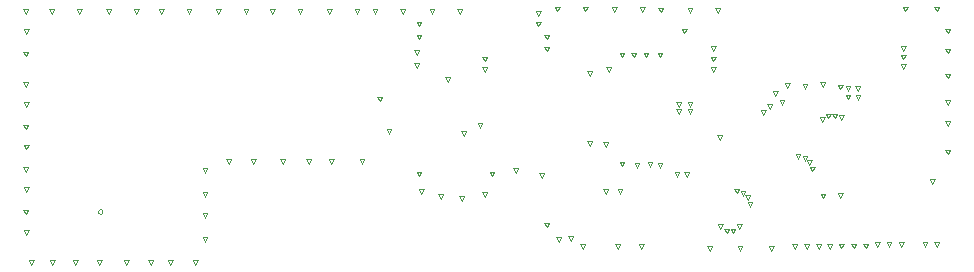
<source format=gbr>
G04*
G04 #@! TF.GenerationSoftware,Altium Limited,Altium Designer,24.2.2 (26)*
G04*
G04 Layer_Color=2752767*
%FSLAX25Y25*%
%MOIN*%
G70*
G04*
G04 #@! TF.SameCoordinates,DA759692-2FDC-47FD-B5D7-4F029464E4A9*
G04*
G04*
G04 #@! TF.FilePolarity,Positive*
G04*
G01*
G75*
%ADD59C,0.00267*%
%ADD60C,0.00200*%
D59*
X2302Y-376772D02*
G03*
X2302Y-376772I-800J0D01*
G01*
D60*
X207836Y-352804D02*
X207036Y-351204D01*
X208636D01*
X207836Y-352804D01*
X197894Y-344042D02*
X197093Y-342442D01*
X198694D01*
X197894Y-344042D01*
X194099Y-343974D02*
X193299Y-342374D01*
X194899D01*
X194099Y-343974D01*
X197894Y-341786D02*
X197093Y-340186D01*
X198694D01*
X197894Y-341786D01*
X194108D02*
X193308Y-340186D01*
X194908D01*
X194108Y-341786D01*
X253884Y-339349D02*
X253084Y-337749D01*
X254684D01*
X253884Y-339349D01*
X250597Y-339259D02*
X249797Y-337659D01*
X251397D01*
X250597Y-339259D01*
X253823Y-336420D02*
X253023Y-334820D01*
X254623D01*
X253823Y-336420D01*
X250597Y-336503D02*
X249797Y-334903D01*
X251397D01*
X250597Y-336503D01*
X222321Y-344495D02*
X221521Y-342895D01*
X223121D01*
X222321Y-344495D01*
X224444Y-342470D02*
X223644Y-340870D01*
X225244D01*
X224444Y-342470D01*
X226305Y-338126D02*
X225505Y-336526D01*
X227105D01*
X226305Y-338126D01*
X228567Y-340981D02*
X227767Y-339381D01*
X229367D01*
X228567Y-340981D01*
X237712Y-361191D02*
X236912Y-359591D01*
X238511D01*
X237712Y-361191D01*
X236227Y-359706D02*
X235426Y-358106D01*
X237027D01*
X236227Y-359706D01*
X246135Y-345564D02*
X245335Y-343964D01*
X246935D01*
X246135Y-345564D01*
X244035D02*
X243235Y-343964D01*
X244835D01*
X244035Y-345564D01*
X215600Y-371295D02*
X214800Y-369695D01*
X216400D01*
X215600Y-371295D01*
X217085Y-372780D02*
X216285Y-371180D01*
X217885D01*
X217085Y-372780D01*
X214408Y-382447D02*
X213608Y-380847D01*
X215208D01*
X214408Y-382447D01*
X208010Y-382478D02*
X207210Y-380878D01*
X208810D01*
X208010Y-382478D01*
X212255Y-383871D02*
X211455Y-382271D01*
X213054D01*
X212255Y-383871D01*
X210155D02*
X209354Y-382271D01*
X210954D01*
X210155Y-383871D01*
X217895Y-374947D02*
X217095Y-373347D01*
X218695D01*
X217895Y-374947D01*
X213419Y-370554D02*
X212619Y-368954D01*
X214219D01*
X213419Y-370554D01*
X233892Y-359171D02*
X233091Y-357571D01*
X234692D01*
X233892Y-359171D01*
X238644Y-363204D02*
X237844Y-361604D01*
X239444D01*
X238644Y-363204D01*
X241987Y-346682D02*
X241187Y-345082D01*
X242787D01*
X241987Y-346682D01*
X248396Y-346174D02*
X247596Y-344574D01*
X249196D01*
X248396Y-346174D01*
X230321Y-335518D02*
X229521Y-333918D01*
X231121D01*
X230321Y-335518D01*
X236227Y-335651D02*
X235426Y-334051D01*
X237027D01*
X236227Y-335651D01*
X242120Y-335145D02*
X241320Y-333545D01*
X242920D01*
X242120Y-335145D01*
X247965Y-335881D02*
X247165Y-334281D01*
X248765D01*
X247965Y-335881D01*
X278702Y-367335D02*
X277902Y-365735D01*
X279502D01*
X278702Y-367335D01*
X283858Y-357581D02*
X283058Y-355981D01*
X284658D01*
X283858Y-357581D01*
Y-348132D02*
X283058Y-346532D01*
X284658D01*
X283858Y-348132D01*
Y-340981D02*
X283058Y-339381D01*
X284658D01*
X283858Y-340981D01*
Y-332243D02*
X283058Y-330643D01*
X284658D01*
X283858Y-332243D01*
Y-323916D02*
X283058Y-322316D01*
X284658D01*
X283858Y-323916D01*
Y-317212D02*
X283058Y-315612D01*
X284658D01*
X283858Y-317212D01*
X280102Y-309928D02*
X279302Y-308328D01*
X280902D01*
X280102Y-309928D01*
X269691Y-309927D02*
X268891Y-308327D01*
X270491D01*
X269691Y-309927D01*
X197894Y-310333D02*
X197093Y-308733D01*
X198694D01*
X197894Y-310333D01*
X207154D02*
X206354Y-308733D01*
X207954D01*
X207154Y-310333D01*
X188151Y-310249D02*
X187351Y-308649D01*
X188951D01*
X188151Y-310249D01*
X153718Y-309928D02*
X152919Y-308328D01*
X154518D01*
X153718Y-309928D01*
X162979D02*
X162179Y-308328D01*
X163779D01*
X162979Y-309928D01*
X181982Y-310013D02*
X181182Y-308413D01*
X182782D01*
X181982Y-310013D01*
X172722D02*
X171922Y-308413D01*
X173521D01*
X172722Y-310013D01*
X92913Y-310764D02*
X92113Y-309164D01*
X93713D01*
X92913Y-310764D01*
X102174D02*
X101374Y-309164D01*
X102974D01*
X102174Y-310764D01*
X121177Y-310849D02*
X120377Y-309249D01*
X121977D01*
X121177Y-310849D01*
X111916D02*
X111116Y-309249D01*
X112716D01*
X111916Y-310849D01*
X58661Y-310764D02*
X57861Y-309164D01*
X59461D01*
X58661Y-310764D01*
X67922D02*
X67122Y-309164D01*
X68722D01*
X67922Y-310764D01*
X86925Y-310849D02*
X86125Y-309249D01*
X87725D01*
X86925Y-310849D01*
X77664D02*
X76864Y-309249D01*
X78464D01*
X77664Y-310849D01*
X21672Y-310764D02*
X20872Y-309164D01*
X22472D01*
X21672Y-310764D01*
X30932D02*
X30132Y-309164D01*
X31732D01*
X30932Y-310764D01*
X49935Y-310849D02*
X49135Y-309249D01*
X50735D01*
X49935Y-310849D01*
X40675D02*
X39875Y-309249D01*
X41475D01*
X40675Y-310849D01*
X4096Y-310764D02*
X3296Y-309164D01*
X4896D01*
X4096Y-310764D01*
X13356D02*
X12556Y-309164D01*
X14156D01*
X13356Y-310764D01*
X-5647Y-310680D02*
X-6447Y-309080D01*
X-4847D01*
X-5647Y-310680D01*
X-14907D02*
X-15707Y-309080D01*
X-14107D01*
X-14907Y-310680D01*
X-23459Y-324900D02*
X-24259Y-323300D01*
X-22659D01*
X-23459Y-324900D01*
Y-310727D02*
X-24259Y-309127D01*
X-22659D01*
X-23459Y-310727D01*
X-23375Y-317420D02*
X-24175Y-315820D01*
X-22575D01*
X-23375Y-317420D01*
Y-355918D02*
X-24175Y-354318D01*
X-22575D01*
X-23375Y-355918D01*
X-23459Y-349225D02*
X-24259Y-347625D01*
X-22659D01*
X-23459Y-349225D01*
Y-335052D02*
X-24259Y-333452D01*
X-22659D01*
X-23459Y-335052D01*
X-23375Y-341745D02*
X-24175Y-340145D01*
X-22575D01*
X-23375Y-341745D01*
Y-370091D02*
X-24175Y-368491D01*
X-22575D01*
X-23375Y-370091D01*
X-23459Y-363398D02*
X-24259Y-361798D01*
X-22659D01*
X-23459Y-363398D01*
Y-377572D02*
X-24259Y-375972D01*
X-22659D01*
X-23459Y-377572D01*
X-23375Y-384265D02*
X-24175Y-382665D01*
X-22575D01*
X-23375Y-384265D01*
X148415Y-365419D02*
X147615Y-363819D01*
X149215D01*
X148415Y-365419D01*
X139747Y-363611D02*
X138947Y-362011D01*
X140547D01*
X139747Y-363611D01*
X131888Y-364873D02*
X131088Y-363273D01*
X132688D01*
X131888Y-364873D01*
X129502Y-371666D02*
X128702Y-370066D01*
X130302D01*
X129502Y-371666D01*
X121872Y-373078D02*
X121072Y-371478D01*
X122672D01*
X121872Y-373078D01*
X114819Y-372511D02*
X114019Y-370911D01*
X115619D01*
X114819Y-372511D01*
X108314Y-370682D02*
X107514Y-369082D01*
X109114D01*
X108314Y-370682D01*
X107573Y-364873D02*
X106773Y-363273D01*
X108373D01*
X107573Y-364873D01*
X88583Y-360643D02*
X87783Y-359043D01*
X89383D01*
X88583Y-360643D01*
X78347D02*
X77547Y-359043D01*
X79146D01*
X78347Y-360643D01*
X70866Y-360722D02*
X70066Y-359122D01*
X71666D01*
X70866Y-360722D01*
X62205D02*
X61405Y-359122D01*
X63005D01*
X62205Y-360722D01*
X52362Y-360722D02*
X51562Y-359122D01*
X53162D01*
X52362Y-360722D01*
X44094D02*
X43295Y-359122D01*
X44894D01*
X44094Y-360722D01*
X36220Y-363626D02*
X35421Y-362026D01*
X37020D01*
X36220Y-363626D01*
Y-371666D02*
X35421Y-370066D01*
X37020D01*
X36220Y-371666D01*
Y-378753D02*
X35421Y-377153D01*
X37020D01*
X36220Y-378753D01*
Y-386627D02*
X35421Y-385027D01*
X37020D01*
X36220Y-386627D01*
X33071Y-394501D02*
X32271Y-392901D01*
X33871D01*
X33071Y-394501D01*
X24666D02*
X23866Y-392901D01*
X25466D01*
X24666Y-394501D01*
X18202D02*
X17402Y-392901D01*
X19002D01*
X18202Y-394501D01*
X9963D02*
X9163Y-392901D01*
X10763D01*
X9963Y-394501D01*
X1077D02*
X277Y-392901D01*
X1877D01*
X1077Y-394501D01*
X-6985D02*
X-7785Y-392901D01*
X-6185D01*
X-6985Y-394501D01*
X-14628D02*
X-15428Y-392901D01*
X-13828D01*
X-14628Y-394501D01*
X-21654D02*
X-22454Y-392901D01*
X-20854D01*
X-21654Y-394501D01*
X150181Y-381902D02*
X149381Y-380302D01*
X150981D01*
X150181Y-381902D01*
X248038Y-372024D02*
X247238Y-370424D01*
X248838D01*
X248038Y-372024D01*
X242245Y-372207D02*
X241445Y-370607D01*
X243045D01*
X242245Y-372207D01*
X174548Y-370682D02*
X173748Y-369082D01*
X175348D01*
X174548Y-370682D01*
X169866D02*
X169066Y-369082D01*
X170666D01*
X169866Y-370682D01*
X196019Y-317212D02*
X195219Y-315612D01*
X196819D01*
X196019Y-317212D01*
X187917Y-325218D02*
X187117Y-323618D01*
X188717D01*
X187917Y-325218D01*
X183222Y-325210D02*
X182422Y-323610D01*
X184022D01*
X183222Y-325210D01*
X179140Y-325218D02*
X178340Y-323618D01*
X179940D01*
X179140Y-325218D01*
X175234Y-325210D02*
X174434Y-323610D01*
X176034D01*
X175234Y-325210D01*
X170849Y-329955D02*
X170049Y-328355D01*
X171649D01*
X170849Y-329955D01*
X164467Y-331281D02*
X163667Y-329681D01*
X165267D01*
X164467Y-331281D01*
Y-354653D02*
X163667Y-353053D01*
X165267D01*
X164467Y-354653D01*
X169866Y-355097D02*
X169066Y-353497D01*
X170666D01*
X169866Y-355097D01*
X175234Y-361546D02*
X174434Y-359946D01*
X176034D01*
X175234Y-361546D01*
X180277Y-362083D02*
X179477Y-360483D01*
X181077D01*
X180277Y-362083D01*
X184601Y-361770D02*
X183801Y-360170D01*
X185401D01*
X184601Y-361770D01*
X187917Y-362083D02*
X187117Y-360483D01*
X188717D01*
X187917Y-362083D01*
X193609Y-364996D02*
X192809Y-363396D01*
X194409D01*
X193609Y-364996D01*
X196850Y-364957D02*
X196050Y-363357D01*
X197650D01*
X196850Y-364957D01*
X280105Y-388503D02*
X279305Y-386903D01*
X280905D01*
X280105Y-388503D01*
X276250Y-388346D02*
X275450Y-386746D01*
X277050D01*
X276250Y-388346D01*
X268291Y-388464D02*
X267491Y-386864D01*
X269091D01*
X268291Y-388464D01*
X264212Y-388503D02*
X263411Y-386903D01*
X265012D01*
X264212Y-388503D01*
X260356Y-388464D02*
X259556Y-386864D01*
X261156D01*
X260356Y-388464D01*
X256480Y-388897D02*
X255680Y-387297D01*
X257280D01*
X256480Y-388897D01*
X252467D02*
X251667Y-387297D01*
X253267D01*
X252467Y-388897D01*
X248396D02*
X247596Y-387297D01*
X249196D01*
X248396Y-388897D01*
X244496Y-389093D02*
X243696Y-387493D01*
X245296D01*
X244496Y-389093D01*
X240754D02*
X239954Y-387493D01*
X241554D01*
X240754Y-389093D01*
X236751D02*
X235951Y-387493D01*
X237551D01*
X236751Y-389093D01*
X232858Y-389172D02*
X232058Y-387572D01*
X233658D01*
X232858Y-389172D01*
X224984Y-389644D02*
X224184Y-388044D01*
X225784D01*
X224984Y-389644D01*
X214573D02*
X213773Y-388044D01*
X215373D01*
X214573Y-389644D01*
X204531D02*
X203731Y-388044D01*
X205330D01*
X204531Y-389644D01*
X181677Y-389172D02*
X180877Y-387572D01*
X182477D01*
X181677Y-389172D01*
X173803D02*
X173003Y-387572D01*
X174603D01*
X173803Y-389172D01*
X162081D02*
X161281Y-387572D01*
X162881D01*
X162081Y-389172D01*
X158107Y-386418D02*
X157307Y-384818D01*
X158907D01*
X158107Y-386418D01*
X154118Y-386674D02*
X153318Y-385074D01*
X154918D01*
X154118Y-386674D01*
X122501Y-351303D02*
X121701Y-349703D01*
X123301D01*
X122501Y-351303D01*
X127934Y-348851D02*
X127134Y-347251D01*
X128734D01*
X127934Y-348851D01*
X150181Y-323241D02*
X149381Y-321641D01*
X150981D01*
X150181Y-323241D01*
Y-319256D02*
X149381Y-317656D01*
X150981D01*
X150181Y-319256D01*
X147366Y-314925D02*
X146566Y-313325D01*
X148166D01*
X147366Y-314925D01*
Y-311430D02*
X146566Y-309830D01*
X148166D01*
X147366Y-311430D01*
X107573Y-319256D02*
X106773Y-317656D01*
X108373D01*
X107573Y-319256D01*
Y-314925D02*
X106773Y-313325D01*
X108373D01*
X107573Y-314925D01*
X106833Y-328663D02*
X106033Y-327063D01*
X107633D01*
X106833Y-328663D01*
Y-324343D02*
X106033Y-322743D01*
X107633D01*
X106833Y-324343D01*
X117158Y-333401D02*
X116358Y-331801D01*
X117958D01*
X117158Y-333401D01*
X97586Y-350694D02*
X96786Y-349095D01*
X98386D01*
X97586Y-350694D01*
X94488Y-339864D02*
X93688Y-338264D01*
X95288D01*
X94488Y-339864D01*
X129502Y-329955D02*
X128702Y-328355D01*
X130302D01*
X129502Y-329955D01*
Y-326533D02*
X128702Y-324933D01*
X130302D01*
X129502Y-326533D01*
X269035Y-329116D02*
X268235Y-327516D01*
X269835D01*
X269035Y-329116D01*
Y-325885D02*
X268235Y-324285D01*
X269835D01*
X269035Y-325885D01*
Y-322933D02*
X268235Y-321333D01*
X269835D01*
X269035Y-322933D01*
X205674Y-330069D02*
X204874Y-328469D01*
X206474D01*
X205674Y-330069D01*
Y-326533D02*
X204874Y-324933D01*
X206474D01*
X205674Y-326533D01*
Y-322933D02*
X204874Y-321333D01*
X206474D01*
X205674Y-322933D01*
M02*

</source>
